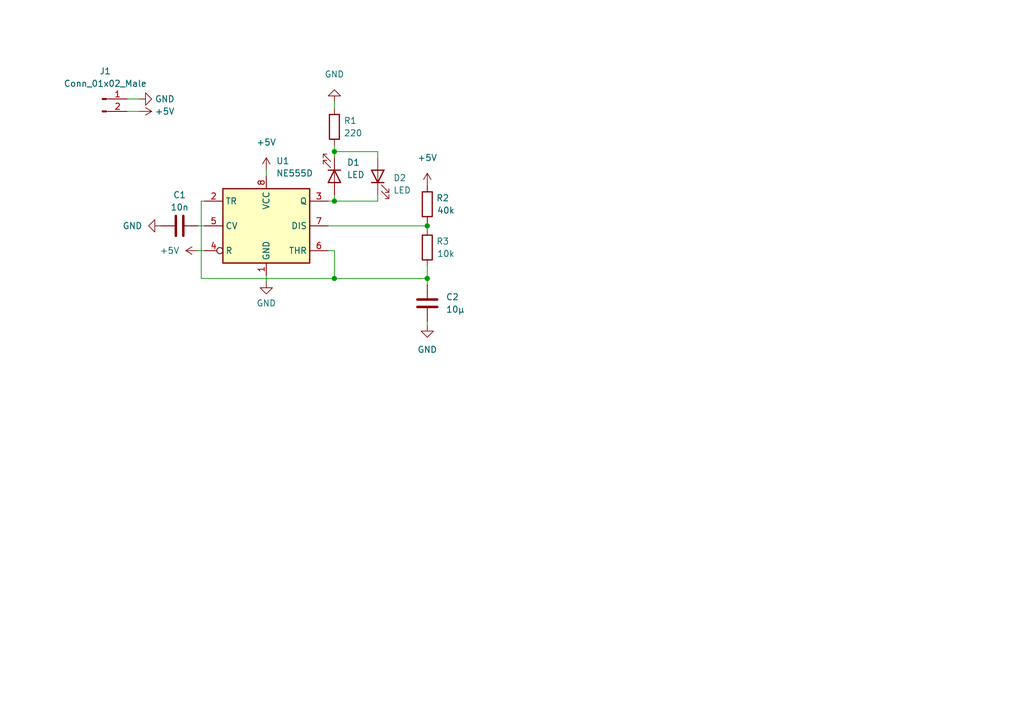
<source format=kicad_sch>
(kicad_sch (version 20211123) (generator eeschema)
  (paper "A5")
  (title_block (title "555-Timer-TestCircet") (date "2022-05-05") (rev "v0.1"))
  (lib_symbols
    (symbol "Connector:Conn_01x02_Male" (pin_names (offset 1.016) hide)
      (property "Reference" "J" (at 0 2.54 0))
      (property "Value" "Conn_01x02_Male" (at 0 -5.08 0))
      (symbol "Conn_01x02_Male_1_1"
        (polyline (pts (xy 1.27 -2.54) (xy 0.8636 -2.54)) (stroke (width 0.1524)))
        (polyline (pts (xy 1.27 0) (xy 0.8636 0)) (stroke (width 0.1524)))
        (rectangle (start 0.8636 -2.413) (end 0 -2.667) (stroke (width 0.1524)) (fill (type outline)))
        (rectangle (start 0.8636 0.127) (end 0 -0.127) (stroke (width 0.1524)) (fill (type outline)))
        (pin passive line (at 5.08 0 180) (length 3.81) (name "Pin_1") (number "1"))
        (pin passive line (at 5.08 -2.54 180) (length 3.81) (name "Pin_2") (number "2"))
      )
    )
    (symbol "Device:C" (pin_numbers hide) (pin_names (offset 0.254))
      (property "Reference" "C" (at 0.635 2.54 0))
      (property "Value" "C" (at 0.635 -2.54 0))
      (symbol "C_0_1"
        (polyline (pts (xy -2.032 -0.762) (xy 2.032 -0.762)) (stroke (width 0.508)))
        (polyline (pts (xy -2.032 0.762) (xy 2.032 0.762)) (stroke (width 0.508)))
      )
      (symbol "C_1_1"
        (pin passive line (at 0 3.81 270) (length 2.794) (name "~") (number "1"))
        (pin passive line (at 0 -3.81 90) (length 2.794) (name "~") (number "2"))
      )
    )
    (symbol "Device:LED" (pin_numbers hide) (pin_names (offset 1.016) hide)
      (property "Reference" "D" (at 0 2.54 0))
      (property "Value" "LED" (at 0 -2.54 0))
      (symbol "LED_0_1"
        (polyline (pts (xy -1.27 -1.27) (xy -1.27 1.27)) (stroke (width 0.254)))
        (polyline (pts (xy -1.27 0) (xy 1.27 0)))
        (polyline (pts (xy 1.27 -1.27) (xy 1.27 1.27) (xy -1.27 0) (xy 1.27 -1.27)) (stroke (width 0.254)))
        (polyline (pts (xy -3.048 -0.762) (xy -4.572 -2.286) (xy -3.81 -2.286) (xy -4.572 -2.286) (xy -4.572 -1.524)))
        (polyline (pts (xy -1.778 -0.762) (xy -3.302 -2.286) (xy -2.54 -2.286) (xy -3.302 -2.286) (xy -3.302 -1.524)))
      )
      (symbol "LED_1_1"
        (pin passive line (at -3.81 0 0) (length 2.54) (name "K") (number "1"))
        (pin passive line (at 3.81 0 180) (length 2.54) (name "A") (number "2"))
      )
    )
    (symbol "Device:R" (pin_numbers hide) (pin_names (offset 0))
      (property "Reference" "R" (at 2.032 0 90))
      (property "Value" "R" (at 0 0 90))
      (symbol "R_0_1"
        (rectangle (start -1.016 -2.54) (end 1.016 2.54) (stroke (width 0.254)))
      )
      (symbol "R_1_1"
        (pin passive line (at 0 3.81 270) (length 1.27) (name "~") (number "1"))
        (pin passive line (at 0 -3.81 90) (length 1.27) (name "~") (number "2"))
      )
    )
    (symbol "Timer:NE555D"
      (property "Reference" "U" (at -10.16 8.89 0))
      (property "Value" "NE555D" (at 2.54 8.89 0))
      (symbol "NE555D_0_0"
        (pin power_in line (at 0 -10.16 90) (length 2.54) (name "GND") (number "1"))
        (pin power_in line (at 0 10.16 270) (length 2.54) (name "VCC") (number "8"))
      )
      (symbol "NE555D_0_1"
        (rectangle (start -8.89 -7.62) (end 8.89 7.62) (stroke (width 0.254)) (fill (type background)))
        (rectangle (start -8.89 -7.62) (end 8.89 7.62) (stroke (width 0.254)) (fill (type background)))
      )
      (symbol "NE555D_1_1"
        (pin input line (at -12.7 5.08 0) (length 3.81) (name "TR") (number "2"))
        (pin output line (at 12.7 5.08 180) (length 3.81) (name "Q") (number "3"))
        (pin input inverted (at -12.7 -5.08 0) (length 3.81) (name "R") (number "4"))
        (pin input line (at -12.7 0 0) (length 3.81) (name "CV") (number "5"))
        (pin input line (at 12.7 -5.08 180) (length 3.81) (name "THR") (number "6"))
        (pin input line (at 12.7 0 180) (length 3.81) (name "DIS") (number "7"))
      )
    )
    (symbol "power:+5V" (power) (pin_names (offset 0))
      (property "Value" "+5V" (at 0 3.556 0))
      (symbol "+5V_0_1"
        (polyline (pts (xy -0.762 1.27) (xy 0 2.54)))
        (polyline (pts (xy 0 0) (xy 0 2.54)))
        (polyline (pts (xy 0 2.54) (xy 0.762 1.27)))
      )
      (symbol "+5V_1_1"
        (pin power_in line (at 0 0 90) (length 0) hide (name "+5V") (number "1"))
      )
    )
    (symbol "power:GND" (power) (pin_names (offset 0))
      (property "Value" "GND" (at 0 -3.81 0))
      (symbol "GND_0_1"
        (polyline (pts (xy 0 0) (xy 0 -1.27) (xy 1.27 -1.27) (xy 0 -2.54) (xy -1.27 -1.27) (xy 0 -1.27)))
      )
      (symbol "GND_1_1"
        (pin power_in line (at 0 0 270) (length 0) hide (name "GND") (number "1"))
      )
    )
  )
  (junction (at 87.63 46.355))
  (junction (at 68.58 41.275))
  (junction (at 68.58 31.115))
  (junction (at 68.58 57.15))
  (junction (at 87.63 57.15))
  (wire (pts (xy 54.61 56.515) (xy 54.61 57.785)))
  (wire (pts (xy 87.63 57.15) (xy 87.63 58.42)))
  (wire (pts (xy 87.63 46.355) (xy 87.63 46.99)))
  (wire (pts (xy 41.91 41.275) (xy 41.275 41.275)))
  (wire (pts (xy 68.58 41.275) (xy 67.31 41.275)))
  (wire (pts (xy 68.58 51.435) (xy 68.58 57.15)))
  (wire (pts (xy 67.31 46.355) (xy 87.63 46.355)))
  (wire (pts (xy 68.58 31.115) (xy 77.47 31.115)))
  (wire (pts (xy 87.63 45.72) (xy 87.63 46.355)))
  (wire (pts (xy 67.31 51.435) (xy 68.58 51.435)))
  (wire (pts (xy 26.035 22.86) (xy 28.575 22.86)))
  (wire (pts (xy 77.47 31.115) (xy 77.47 32.385)))
  (wire (pts (xy 68.58 20.955) (xy 68.58 22.225)))
  (wire (pts (xy 68.58 31.115) (xy 68.58 32.385)))
  (wire (pts (xy 41.275 41.275) (xy 41.275 57.15)))
  (wire (pts (xy 40.64 51.435) (xy 41.91 51.435)))
  (wire (pts (xy 40.64 46.355) (xy 41.91 46.355)))
  (wire (pts (xy 87.63 54.61) (xy 87.63 57.15)))
  (wire (pts (xy 68.58 57.15) (xy 87.63 57.15)))
  (wire (pts (xy 26.035 20.32) (xy 28.575 20.32)))
  (wire (pts (xy 41.275 57.15) (xy 68.58 57.15)))
  (wire (pts (xy 68.58 29.845) (xy 68.58 31.115)))
  (wire (pts (xy 68.58 40.005) (xy 68.58 41.275)))
  (wire (pts (xy 77.47 40.005) (xy 77.47 41.275)))
  (wire (pts (xy 77.47 41.275) (xy 68.58 41.275)))
  (wire (pts (xy 87.63 66.04) (xy 87.63 66.675)))
  (wire (pts (xy 54.61 34.925) (xy 54.61 36.195)))
  (symbol (lib_id "power:GND") (at 68.58 20.955 180) (unit 1)
    (property "Reference" "#PWR07" (effects hide))
    (property "Value" "GND" (at 68.58 15.24 0))
  )
  (symbol (lib_id "Device:C") (at 87.63 62.23 0) (unit 1)
    (property "Reference" "C2" (at 91.44 60.9599 0) (effects (justify left)))
    (property "Value" "10µ" (at 91.44 63.4999 0) (effects (justify left)))
    (property "Footprint" "Capacitor_SMD:C_0805_2012Metric_Pad1.18x1.45mm_HandSolder" (effects hide))
  )
  (symbol (lib_id "Device:C") (at 36.83 46.355 90) (unit 1)
    (property "Reference" "C1" (at 36.83 40.005 90))
    (property "Value" "10n" (at 36.83 42.545 90))
    (property "Footprint" "Capacitor_SMD:C_0402_1005Metric_Pad0.74x0.62mm_HandSolder" (effects hide))
  )
  (symbol (lib_id "Device:R") (at 68.58 26.035 0) (unit 1)
    (property "Reference" "R1" (at 70.485 24.765 0) (effects (justify left)))
    (property "Value" "220" (at 70.485 27.305 0) (effects (justify left)))
    (property "Footprint" "Resistor_SMD:R_0805_2012Metric_Pad1.20x1.40mm_HandSolder" (effects hide))
  )
  (symbol (lib_id "Device:R") (at 87.63 50.8 0) (unit 1)
    (property "Reference" "R3" (at 90.805 49.53 0))
    (property "Value" "10k" (at 91.44 52.07 0))
    (property "Footprint" "Resistor_SMD:R_0805_2012Metric_Pad1.20x1.40mm_HandSolder" (effects hide))
  )
  (symbol (lib_id "power:+5V") (at 28.575 22.86 270) (unit 1)
    (property "Reference" "#PWR02" (effects hide))
    (property "Value" "+5V" (at 31.75 22.8599 90) (effects (justify left)))
  )
  (symbol (lib_id "power:GND") (at 28.575 20.32 90) (unit 1)
    (property "Reference" "#PWR01" (effects hide))
    (property "Value" "GND" (at 31.75 20.3199 90) (effects (justify right)))
  )
  (symbol (lib_id "Connector:Conn_01x02_Male") (at 20.955 20.32 0) (unit 1)
    (property "Reference" "J1" (at 21.59 14.605 0))
    (property "Value" "Conn_01x02_Male" (at 21.59 17.145 0))
    (property "Footprint" "Connector_PinSocket_2.54mm:PinSocket_1x02_P2.54mm_Vertical" (effects hide))
  )
  (symbol (lib_id "Timer:NE555D") (at 54.61 46.355 0) (unit 1)
    (property "Reference" "U1" (at 56.6294 33.02 0) (effects (justify left)))
    (property "Value" "NE555D" (at 56.6294 35.56 0) (effects (justify left)))
    (property "Footprint" "Package_SO:SOIC-8_3.9x4.9mm_P1.27mm" (effects hide))
    (property "Datasheet" "http://www.ti.com/lit/ds/symlink/ne555.pdf" (effects hide))
  )
  (symbol (lib_id "power:GND") (at 54.61 57.785 0) (unit 1)
    (property "Reference" "#PWR06" (effects hide))
    (property "Value" "GND" (at 54.61 62.23 0))
  )
  (symbol (lib_id "power:+5V") (at 40.64 51.435 90) (unit 1)
    (property "Reference" "#PWR04" (effects hide))
    (property "Value" "+5V" (at 36.83 51.4349 90) (effects (justify left)))
  )
  (symbol (lib_id "power:GND") (at 87.63 66.675 0) (unit 1)
    (property "Reference" "#PWR09" (effects hide))
    (property "Value" "GND" (at 87.63 71.755 0))
  )
  (symbol (lib_id "power:GND") (at 33.02 46.355 270) (unit 1)
    (property "Reference" "#PWR03" (effects hide))
    (property "Value" "GND" (at 29.21 46.3549 90) (effects (justify right)))
  )
  (symbol (lib_id "Device:LED") (at 68.58 36.195 270) (unit 1)
    (property "Reference" "D1" (at 71.12 33.3374 90) (effects (justify left)))
    (property "Value" "LED" (at 71.12 35.8774 90) (effects (justify left)))
    (property "Footprint" "LED_THT:LED_D5.0mm" (effects hide))
  )
  (symbol (lib_id "Device:R") (at 87.63 41.91 180) (unit 1)
    (property "Reference" "R2" (at 90.805 40.64 0))
    (property "Value" "40k" (at 91.44 43.18 0))
    (property "Footprint" "Resistor_SMD:R_0805_2012Metric_Pad1.20x1.40mm_HandSolder" (effects hide))
  )
  (symbol (lib_id "power:+5V") (at 54.61 34.925 0) (unit 1)
    (property "Reference" "#PWR05" (effects hide))
    (property "Value" "+5V" (at 54.61 29.21 0))
  )
  (symbol (lib_id "power:+5V") (at 87.63 38.1 0) (unit 1)
    (property "Reference" "#PWR08" (effects hide))
    (property "Value" "+5V" (at 87.63 32.385 0))
  )
  (symbol (lib_id "Device:LED") (at 77.47 36.195 90) (unit 1)
    (property "Reference" "D2" (at 80.645 36.5124 90) (effects (justify right)))
    (property "Value" "LED" (at 80.645 39.0524 90) (effects (justify right)))
    (property "Footprint" "LED_THT:LED_D5.0mm" (effects hide))
  )
)
</source>
